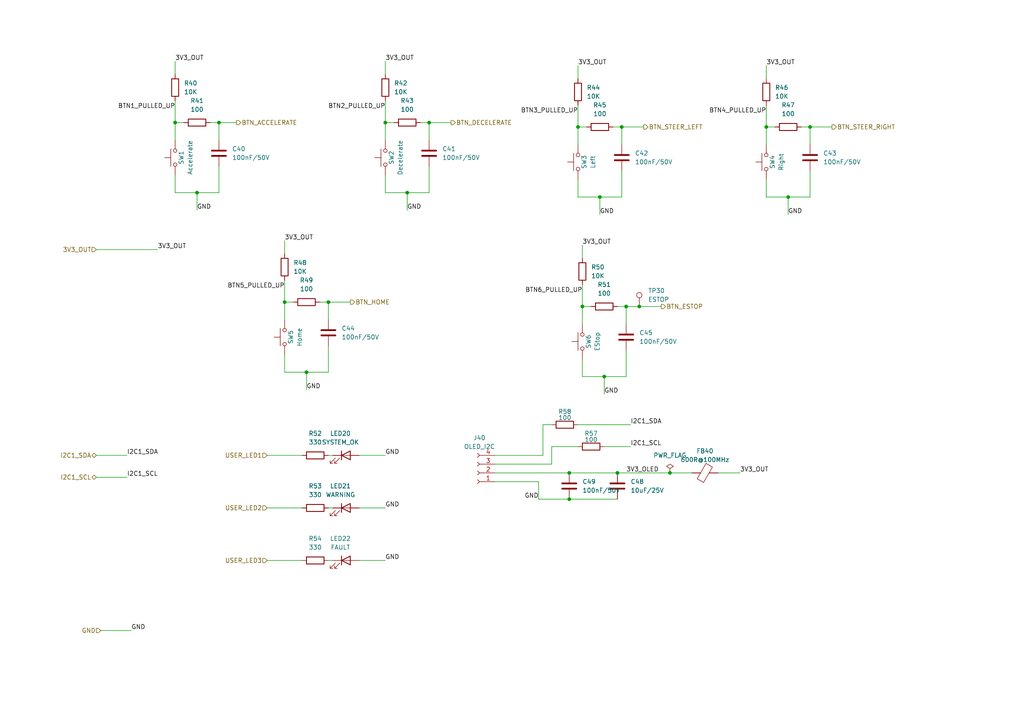
<source format=kicad_sch>
(kicad_sch (version 20250114) (generator "eeschema") (generator_version "9.0")
  (paper "A4")
  (lib_symbols
    (symbol "Connector:Conn_01x04_Socket" (pin_names (offset 1.016) (hide yes))
      (property "Reference" "J" (at 0 5.08 0))
      (property "Value" "Conn_01x04_Socket" (at 0 -7.62 0))
      (symbol "Conn_01x04_Socket_1_1"
        (polyline (pts (xy -1.27 2.54) (xy -0.508 2.54)) (stroke (width 0.1524)))
        (polyline (pts (xy -1.27 0) (xy -0.508 0)) (stroke (width 0.1524)))
        (polyline (pts (xy -1.27 -2.54) (xy -0.508 -2.54)) (stroke (width 0.1524)))
        (polyline (pts (xy -1.27 -5.08) (xy -0.508 -5.08)) (stroke (width 0.1524)))
        (arc (start 0 2.032) (mid -0.5058 2.54) (end 0 3.048) (stroke (width 0.1524)))
        (arc (start 0 -0.508) (mid -0.5058 0) (end 0 0.508) (stroke (width 0.1524)))
        (arc (start 0 -3.048) (mid -0.5058 -2.54) (end 0 -2.032) (stroke (width 0.1524)))
        (arc (start 0 -5.588) (mid -0.5058 -5.08) (end 0 -4.572) (stroke (width 0.1524)))
        (pin passive line (at -5.08 2.54 0) (length 3.81) (name "Pin_1") (number "1"))
        (pin passive line (at -5.08 0 0) (length 3.81) (name "Pin_2") (number "2"))
        (pin passive line (at -5.08 -2.54 0) (length 3.81) (name "Pin_3") (number "3"))
        (pin passive line (at -5.08 -5.08 0) (length 3.81) (name "Pin_4") (number "4"))
      )
    )
    (symbol "Connector:TestPoint" (pin_numbers (hide yes)) (pin_names (offset 0.762) (hide yes))
      (property "Reference" "TP" (at 0 6.858 0))
      (property "Value" "TestPoint" (at 0 5.08 0))
      (symbol "TestPoint_0_1"
        (circle (center 0 3.302) (radius 0.762))
      )
      (symbol "TestPoint_1_1"
        (pin passive line (at 0 0 90) (length 2.54) (name "1") (number "1"))
      )
    )
    (symbol "Device:C" (pin_numbers (hide yes)) (pin_names (offset 0.254))
      (property "Reference" "C" (at 0.635 2.54 0))
      (property "Value" "C" (at 0.635 -2.54 0))
      (symbol "C_0_1"
        (polyline (pts (xy -2.032 0.762) (xy 2.032 0.762)) (stroke (width 0.508)))
        (polyline (pts (xy -2.032 -0.762) (xy 2.032 -0.762)) (stroke (width 0.508)))
      )
      (symbol "C_1_1"
        (pin passive line (at 0 3.81 270) (length 2.794) (name "~") (number "1"))
        (pin passive line (at 0 -3.81 90) (length 2.794) (name "~") (number "2"))
      )
    )
    (symbol "Device:FerriteBead" (pin_numbers (hide yes)) (pin_names (offset 0))
      (property "Reference" "FB" (at -3.81 0.635 90))
      (property "Value" "FerriteBead" (at 3.81 0 90))
      (symbol "FerriteBead_0_1"
        (polyline (pts (xy -2.7686 0.4064) (xy -1.7018 2.2606) (xy 2.7686 -0.3048) (xy 1.6764 -2.159) (xy -2.7686 0.4064)))
        (polyline (pts (xy 0 1.27) (xy 0 1.2954)))
        (polyline (pts (xy 0 -1.27) (xy 0 -1.2192)))
      )
      (symbol "FerriteBead_1_1"
        (pin passive line (at 0 3.81 270) (length 2.54) (name "~") (number "1"))
        (pin passive line (at 0 -3.81 90) (length 2.54) (name "~") (number "2"))
      )
    )
    (symbol "Device:LED" (pin_numbers (hide yes)) (pin_names (offset 1.016) (hide yes))
      (property "Reference" "D" (at 0 2.54 0))
      (property "Value" "LED" (at 0 -2.54 0))
      (symbol "LED_0_1"
        (polyline (pts (xy -3.048 -0.762) (xy -4.572 -2.286) (xy -3.81 -2.286) (xy -4.572 -2.286) (xy -4.572 -1.524)))
        (polyline (pts (xy -1.778 -0.762) (xy -3.302 -2.286) (xy -2.54 -2.286) (xy -3.302 -2.286) (xy -3.302 -1.524)))
        (polyline (pts (xy -1.27 0) (xy 1.27 0)))
        (polyline (pts (xy -1.27 -1.27) (xy -1.27 1.27)) (stroke (width 0.254)))
        (polyline (pts (xy 1.27 -1.27) (xy 1.27 1.27) (xy -1.27 0) (xy 1.27 -1.27)) (stroke (width 0.254)))
      )
      (symbol "LED_1_1"
        (pin passive line (at -3.81 0 0) (length 2.54) (name "K") (number "1"))
        (pin passive line (at 3.81 0 180) (length 2.54) (name "A") (number "2"))
      )
    )
    (symbol "Device:R" (pin_numbers (hide yes)) (pin_names (offset 0))
      (property "Reference" "R" (at 2.032 0 90))
      (property "Value" "R" (at 0 0 90))
      (symbol "R_0_1"
        (rectangle (start -1.016 -2.54) (end 1.016 2.54) (stroke (width 0.254)))
      )
      (symbol "R_1_1"
        (pin passive line (at 0 3.81 270) (length 1.27) (name "~") (number "1"))
        (pin passive line (at 0 -3.81 90) (length 1.27) (name "~") (number "2"))
      )
    )
    (symbol "Switch:SW_Push" (pin_numbers (hide yes)) (pin_names (offset 1.016) (hide yes))
      (property "Reference" "SW" (at 1.27 2.54 0))
      (property "Value" "SW_Push" (at 0 -1.524 0))
      (symbol "SW_Push_0_1"
        (circle (center -2.032 0) (radius 0.508))
        (polyline (pts (xy 0 1.27) (xy 0 3.048)))
        (circle (center 2.032 0) (radius 0.508))
        (polyline (pts (xy 2.54 1.27) (xy -2.54 1.27)))
        (pin passive line (at -5.08 0 0) (length 2.54) (name "1") (number "1"))
        (pin passive line (at 5.08 0 180) (length 2.54) (name "2") (number "2"))
      )
    )
    (symbol "power:PWR_FLAG" (power) (pin_numbers (hide yes)) (pin_names (offset 0) (hide yes))
      (property "Value" "PWR_FLAG" (at 0 3.81 0))
      (symbol "PWR_FLAG_0_0"
        (pin power_out line (at 0 0 90) (length 0) (name "~") (number "1"))
      )
      (symbol "PWR_FLAG_0_1"
        (polyline (pts (xy 0 0) (xy 0 1.27) (xy -1.016 1.905) (xy 0 2.54) (xy 1.016 1.905) (xy 0 1.27)))
      )
    )
  )
  (junction (at 82.55 87.63))
  (junction (at 194.31 137.16))
  (junction (at 63.5 35.56))
  (junction (at 222.25 36.83))
  (junction (at 124.46 35.56))
  (junction (at 57.15 55.88))
  (junction (at 228.6 57.15))
  (junction (at 173.99 57.15))
  (junction (at 118.11 55.88))
  (junction (at 168.91 88.9))
  (junction (at 167.64 36.83))
  (junction (at 111.76 35.56))
  (junction (at 50.8 35.56))
  (junction (at 179.07 137.16))
  (junction (at 95.25 87.63))
  (junction (at 234.95 36.83))
  (junction (at 181.61 88.9))
  (junction (at 185.42 88.9))
  (junction (at 165.1 137.16))
  (junction (at 165.1 144.78))
  (junction (at 175.26 109.22))
  (junction (at 180.34 36.83))
  (junction (at 88.9 107.95))
  (wire (pts (xy 168.91 71.12) (xy 168.91 74.93)))
  (wire (pts (xy 168.91 82.55) (xy 168.91 88.9)))
  (wire (pts (xy 222.25 36.83) (xy 222.25 41.91)))
  (wire (pts (xy 82.55 102.87) (xy 82.55 107.95)))
  (wire (pts (xy 50.8 35.56) (xy 53.34 35.56)))
  (wire (pts (xy 156.21 144.78) (xy 165.1 144.78)))
  (wire (pts (xy 208.28 137.16) (xy 214.63 137.16)))
  (wire (pts (xy 180.34 36.83) (xy 180.34 41.91)))
  (wire (pts (xy 92.71 87.63) (xy 95.25 87.63)))
  (wire (pts (xy 181.61 101.6) (xy 181.61 109.22)))
  (wire (pts (xy 63.5 35.56) (xy 63.5 40.64)))
  (wire (pts (xy 222.25 57.15) (xy 228.6 57.15)))
  (wire (pts (xy 77.47 147.32) (xy 87.63 147.32)))
  (wire (pts (xy 104.14 162.56) (xy 111.76 162.56)))
  (wire (pts (xy 180.34 36.83) (xy 186.69 36.83)))
  (wire (pts (xy 27.94 132.08) (xy 36.83 132.08)))
  (wire (pts (xy 88.9 107.95) (xy 88.9 113.03)))
  (wire (pts (xy 104.14 147.32) (xy 111.76 147.32)))
  (wire (pts (xy 60.96 35.56) (xy 63.5 35.56)))
  (wire (pts (xy 77.47 132.08) (xy 87.63 132.08)))
  (wire (pts (xy 160.02 134.62) (xy 160.02 129.54)))
  (wire (pts (xy 160.02 129.54) (xy 167.64 129.54)))
  (wire (pts (xy 165.1 144.78) (xy 179.07 144.78)))
  (wire (pts (xy 27.94 138.43) (xy 36.83 138.43)))
  (wire (pts (xy 82.55 87.63) (xy 85.09 87.63)))
  (wire (pts (xy 167.64 57.15) (xy 173.99 57.15)))
  (wire (pts (xy 222.25 30.48) (xy 222.25 36.83)))
  (wire (pts (xy 82.55 87.63) (xy 82.55 92.71)))
  (wire (pts (xy 234.95 36.83) (xy 241.3 36.83)))
  (wire (pts (xy 82.55 107.95) (xy 88.9 107.95)))
  (wire (pts (xy 143.51 137.16) (xy 165.1 137.16)))
  (wire (pts (xy 63.5 48.26) (xy 63.5 55.88)))
  (wire (pts (xy 181.61 88.9) (xy 181.61 93.98)))
  (wire (pts (xy 95.25 87.63) (xy 95.25 92.71)))
  (wire (pts (xy 175.26 109.22) (xy 181.61 109.22)))
  (wire (pts (xy 124.46 35.56) (xy 124.46 40.64)))
  (wire (pts (xy 57.15 55.88) (xy 63.5 55.88)))
  (wire (pts (xy 175.26 109.22) (xy 175.26 114.3)))
  (wire (pts (xy 173.99 57.15) (xy 180.34 57.15)))
  (wire (pts (xy 167.64 52.07) (xy 167.64 57.15)))
  (wire (pts (xy 95.25 147.32) (xy 96.52 147.32)))
  (wire (pts (xy 29.21 182.88) (xy 38.1 182.88)))
  (wire (pts (xy 111.76 50.8) (xy 111.76 55.88)))
  (wire (pts (xy 167.64 123.19) (xy 182.88 123.19)))
  (wire (pts (xy 179.07 88.9) (xy 181.61 88.9)))
  (wire (pts (xy 179.07 137.16) (xy 194.31 137.16)))
  (wire (pts (xy 50.8 35.56) (xy 50.8 40.64)))
  (wire (pts (xy 175.26 129.54) (xy 182.88 129.54)))
  (wire (pts (xy 118.11 55.88) (xy 124.46 55.88)))
  (wire (pts (xy 194.31 137.16) (xy 200.66 137.16)))
  (wire (pts (xy 232.41 36.83) (xy 234.95 36.83)))
  (wire (pts (xy 111.76 35.56) (xy 111.76 40.64)))
  (wire (pts (xy 95.25 100.33) (xy 95.25 107.95)))
  (wire (pts (xy 228.6 57.15) (xy 228.6 62.23)))
  (wire (pts (xy 185.42 88.9) (xy 191.77 88.9)))
  (wire (pts (xy 77.47 162.56) (xy 87.63 162.56)))
  (wire (pts (xy 180.34 49.53) (xy 180.34 57.15)))
  (wire (pts (xy 156.21 139.7) (xy 143.51 139.7)))
  (wire (pts (xy 234.95 49.53) (xy 234.95 57.15)))
  (wire (pts (xy 167.64 19.05) (xy 167.64 22.86)))
  (wire (pts (xy 50.8 55.88) (xy 57.15 55.88)))
  (wire (pts (xy 104.14 132.08) (xy 111.76 132.08)))
  (wire (pts (xy 222.25 36.83) (xy 224.79 36.83)))
  (wire (pts (xy 234.95 36.83) (xy 234.95 41.91)))
  (wire (pts (xy 111.76 29.21) (xy 111.76 35.56)))
  (wire (pts (xy 181.61 88.9) (xy 185.42 88.9)))
  (wire (pts (xy 124.46 35.56) (xy 130.81 35.56)))
  (wire (pts (xy 95.25 87.63) (xy 101.6 87.63)))
  (wire (pts (xy 168.91 109.22) (xy 175.26 109.22)))
  (wire (pts (xy 111.76 55.88) (xy 118.11 55.88)))
  (wire (pts (xy 167.64 36.83) (xy 167.64 41.91)))
  (wire (pts (xy 50.8 50.8) (xy 50.8 55.88)))
  (wire (pts (xy 82.55 81.28) (xy 82.55 87.63)))
  (wire (pts (xy 95.25 132.08) (xy 96.52 132.08)))
  (wire (pts (xy 165.1 137.16) (xy 179.07 137.16)))
  (wire (pts (xy 222.25 19.05) (xy 222.25 22.86)))
  (wire (pts (xy 168.91 88.9) (xy 168.91 93.98)))
  (wire (pts (xy 157.48 123.19) (xy 160.02 123.19)))
  (wire (pts (xy 88.9 107.95) (xy 95.25 107.95)))
  (wire (pts (xy 82.55 69.85) (xy 82.55 73.66)))
  (wire (pts (xy 57.15 55.88) (xy 57.15 60.96)))
  (wire (pts (xy 27.94 72.39) (xy 45.72 72.39)))
  (wire (pts (xy 50.8 29.21) (xy 50.8 35.56)))
  (wire (pts (xy 173.99 57.15) (xy 173.99 62.23)))
  (wire (pts (xy 50.8 17.78) (xy 50.8 21.59)))
  (wire (pts (xy 111.76 35.56) (xy 114.3 35.56)))
  (wire (pts (xy 167.64 36.83) (xy 170.18 36.83)))
  (wire (pts (xy 168.91 88.9) (xy 171.45 88.9)))
  (wire (pts (xy 168.91 104.14) (xy 168.91 109.22)))
  (wire (pts (xy 228.6 57.15) (xy 234.95 57.15)))
  (wire (pts (xy 121.92 35.56) (xy 124.46 35.56)))
  (wire (pts (xy 143.51 134.62) (xy 160.02 134.62)))
  (wire (pts (xy 118.11 55.88) (xy 118.11 60.96)))
  (wire (pts (xy 143.51 132.08) (xy 157.48 132.08)))
  (wire (pts (xy 111.76 17.78) (xy 111.76 21.59)))
  (wire (pts (xy 124.46 48.26) (xy 124.46 55.88)))
  (wire (pts (xy 157.48 132.08) (xy 157.48 123.19)))
  (wire (pts (xy 177.8 36.83) (xy 180.34 36.83)))
  (wire (pts (xy 167.64 30.48) (xy 167.64 36.83)))
  (wire (pts (xy 95.25 162.56) (xy 96.52 162.56)))
  (wire (pts (xy 222.25 52.07) (xy 222.25 57.15)))
  (wire (pts (xy 63.5 35.56) (xy 68.58 35.56)))
  (wire (pts (xy 156.21 144.78) (xy 156.21 139.7)))
  (label "GND" (at 111.76 162.56 0))
  (label "BTN6_PULLED_UP" (at 168.91 85.09 180))
  (label "GND" (at 228.6 62.23 0))
  (label "I2C1_SCL" (at 182.88 129.54 0))
  (label "3V3_OLED" (at 181.61 137.16 0))
  (label "3V3_OUT" (at 168.91 71.12 0))
  (label "3V3_OUT" (at 167.64 19.05 0))
  (label "GND" (at 173.99 62.23 0))
  (label "BTN1_PULLED_UP" (at 50.8 31.75 180))
  (label "3V3_OUT" (at 111.76 17.78 0))
  (label "BTN5_PULLED_UP" (at 82.55 83.82 180))
  (label "I2C1_SDA" (at 36.83 132.08 0))
  (label "GND" (at 57.15 60.96 0))
  (label "3V3_OUT" (at 82.55 69.85 0))
  (label "3V3_OUT" (at 214.63 137.16 0))
  (label "BTN4_PULLED_UP" (at 222.25 33.02 180))
  (label "BTN2_PULLED_UP" (at 111.76 31.75 180))
  (label "BTN3_PULLED_UP" (at 167.64 33.02 180))
  (label "GND" (at 88.9 113.03 0))
  (label "3V3_OUT" (at 50.8 17.78 0))
  (label "GND" (at 38.1 182.88 0))
  (label "GND" (at 111.76 147.32 0))
  (label "3V3_OUT" (at 222.25 19.05 0))
  (label "GND" (at 118.11 60.96 0))
  (label "GND" (at 156.21 144.78 180))
  (label "GND" (at 111.76 132.08 0))
  (label "I2C1_SDA" (at 182.88 123.19 0))
  (label "I2C1_SCL" (at 36.83 138.43 0))
  (label "3V3_OUT" (at 45.72 72.39 0))
  (label "GND" (at 175.26 114.3 0))
  (hierarchical_label "3V3_OUT" (shape input) (at 27.94 72.39 180))
  (hierarchical_label "BTN_DECELERATE" (shape output) (at 130.81 35.56 0))
  (hierarchical_label "USER_LED1" (shape input) (at 77.47 132.08 180))
  (hierarchical_label "BTN_ESTOP" (shape output) (at 191.77 88.9 0))
  (hierarchical_label "USER_LED3" (shape input) (at 77.47 162.56 180))
  (hierarchical_label "I2C1_SCL" (shape bidirectional) (at 27.94 138.43 180))
  (hierarchical_label "BTN_STEER_LEFT" (shape output) (at 186.69 36.83 0))
  (hierarchical_label "I2C1_SDA" (shape bidirectional) (at 27.94 132.08 180))
  (hierarchical_label "USER_LED2" (shape input) (at 77.47 147.32 180))
  (hierarchical_label "BTN_STEER_RIGHT" (shape output) (at 241.3 36.83 0))
  (hierarchical_label "BTN_HOME" (shape output) (at 101.6 87.63 0))
  (hierarchical_label "BTN_ACCELERATE" (shape output) (at 68.58 35.56 0))
  (hierarchical_label "GND" (shape input) (at 29.21 182.88 180))
  (symbol (lib_id "Device:R") (at 57.15 35.56 270) (unit 1)
    (property "Reference" "R41" (at 57.15 29.21 90))
    (property "Value" "100" (at 57.15 31.75 90))
    (property "Footprint" "Resistor_SMD:R_0603_1608Metric" (effects (hide yes)))
    (property "Description" "Resistor" (effects (hide yes)))
    (property "LCSC" "C22775" (effects (hide yes)))
  )
  (symbol (lib_id "Device:R") (at 175.26 88.9 270) (unit 1)
    (property "Reference" "R51" (at 175.26 82.55 90))
    (property "Value" "100" (at 175.26 85.09 90))
    (property "Footprint" "Resistor_SMD:R_0603_1608Metric" (effects (hide yes)))
    (property "Description" "Resistor" (effects (hide yes)))
    (property "LCSC" "C22775" (effects (hide yes)))
  )
  (symbol (lib_id "Device:R") (at 50.8 25.4 0) (unit 1)
    (property "Reference" "R40" (at 53.34 24.1299 0) (effects (justify left)))
    (property "Value" "10K" (at 53.34 26.6699 0) (effects (justify left)))
    (property "Footprint" "Resistor_SMD:R_0603_1608Metric" (effects (hide yes)))
    (property "Description" "Resistor" (effects (hide yes)))
    (property "LCSC" "C15401" (effects (hide yes)))
  )
  (symbol (lib_id "Device:C") (at 234.95 45.72 0) (unit 1)
    (property "Reference" "C43" (at 238.76 44.4499 0) (effects (justify left)))
    (property "Value" "100nF/50V" (at 238.76 46.9899 0) (effects (justify left)))
    (property "Footprint" "Capacitor_SMD:C_0603_1608Metric" (effects (hide yes)))
    (property "Description" "Unpolarized capacitor" (effects (hide yes)))
    (property "LCSC" "C6119867" (effects (hide yes)))
  )
  (symbol (lib_id "Switch:SW_Push") (at 168.91 99.06 90) (unit 1)
    (property "Reference" "SW6" (at 170.688 99.06 0))
    (property "Value" "EStop" (at 173.228 99.06 0))
    (property "Footprint" "Button_Switch_SMD:SW_SPST_B3U-1000P" (effects (hide yes)))
    (property "Description" "Push button switch, generic, two pins" (effects (hide yes)))
    (property "LCSC" "C318884" (effects (hide yes)))
  )
  (symbol (lib_id "Switch:SW_Push") (at 50.8 45.72 90) (unit 1)
    (property "Reference" "SW1" (at 52.578 45.72 0))
    (property "Value" "Accelerate" (at 55.118 45.72 0))
    (property "Footprint" "Button_Switch_SMD:SW_SPST_B3U-1000P" (effects (hide yes)))
    (property "Description" "Push button switch, generic, two pins" (effects (hide yes)))
    (property "LCSC" "C318884" (effects (hide yes)))
  )
  (symbol (lib_id "Device:FerriteBead") (at 204.47 137.16 90) (unit 1)
    (property "Reference" "FB40" (at 204.47 130.81 90))
    (property "Value" "600R@100MHz" (at 204.47 133.35 90))
    (property "Footprint" "Inductor_SMD:L_1206_3216Metric" (effects (hide yes)))
    (property "Description" "Ferrite bead" (effects (hide yes)))
    (property "LCSC" "C16902" (effects (hide yes)))
  )
  (symbol (lib_id "Device:C") (at 124.46 44.45 0) (unit 1)
    (property "Reference" "C41" (at 128.27 43.1799 0) (effects (justify left)))
    (property "Value" "100nF/50V" (at 128.27 45.7199 0) (effects (justify left)))
    (property "Footprint" "Capacitor_SMD:C_0603_1608Metric" (effects (hide yes)))
    (property "Description" "Unpolarized capacitor" (effects (hide yes)))
    (property "LCSC" "C6119867" (effects (hide yes)))
  )
  (symbol (lib_id "Device:R") (at 222.25 26.67 0) (unit 1)
    (property "Reference" "R46" (at 224.79 25.3999 0) (effects (justify left)))
    (property "Value" "10K" (at 224.79 27.9399 0) (effects (justify left)))
    (property "Footprint" "Resistor_SMD:R_0603_1608Metric" (effects (hide yes)))
    (property "Description" "Resistor" (effects (hide yes)))
    (property "LCSC" "C15401" (effects (hide yes)))
  )
  (symbol (lib_id "Device:R") (at 91.44 147.32 90) (unit 1)
    (property "Reference" "R53" (at 91.44 140.97 90))
    (property "Value" "330" (at 91.44 143.51 90))
    (property "Footprint" "Resistor_SMD:R_0603_1608Metric" (effects (hide yes)))
    (property "Description" "Resistor" (effects (hide yes)))
    (property "LCSC" "C22104" (effects (hide yes)))
  )
  (symbol (lib_id "Device:C") (at 180.34 45.72 0) (unit 1)
    (property "Reference" "C42" (at 184.15 44.4499 0) (effects (justify left)))
    (property "Value" "100nF/50V" (at 184.15 46.9899 0) (effects (justify left)))
    (property "Footprint" "Capacitor_SMD:C_0603_1608Metric" (effects (hide yes)))
    (property "Description" "Unpolarized capacitor" (effects (hide yes)))
    (property "LCSC" "C6119867" (effects (hide yes)))
  )
  (symbol (lib_id "Device:C") (at 179.07 140.97 0) (unit 1)
    (property "Reference" "C48" (at 182.88 139.6999 0) (effects (justify left)))
    (property "Value" "10uF/25V" (at 182.88 142.2399 0) (effects (justify left)))
    (property "Footprint" "Capacitor_SMD:C_0603_1608Metric" (effects (hide yes)))
    (property "Description" "Unpolarized capacitor" (effects (hide yes)))
    (property "LCSC" "C6119815" (effects (hide yes)))
  )
  (symbol (lib_id "Device:R") (at 173.99 36.83 270) (unit 1)
    (property "Reference" "R45" (at 173.99 30.48 90))
    (property "Value" "100" (at 173.99 33.02 90))
    (property "Footprint" "Resistor_SMD:R_0603_1608Metric" (effects (hide yes)))
    (property "Description" "Resistor" (effects (hide yes)))
    (property "LCSC" "C22775" (effects (hide yes)))
  )
  (symbol (lib_id "Connector:TestPoint") (at 185.42 88.9 0) (unit 1) (in_bom no)
    (property "Reference" "TP30" (at 187.96 84.3279 0) (effects (justify left)))
    (property "Value" "ESTOP" (at 187.96 86.8679 0) (effects (justify left)))
    (property "Footprint" "TestPoint:TestPoint_Pad_D2.0mm" (effects (hide yes)))
    (property "Description" "test point" (effects (hide yes)))
  )
  (symbol (lib_id "Switch:SW_Push") (at 82.55 97.79 90) (unit 1)
    (property "Reference" "SW5" (at 84.328 97.79 0))
    (property "Value" "Home" (at 86.868 97.79 0))
    (property "Footprint" "Button_Switch_SMD:SW_SPST_B3U-1000P" (effects (hide yes)))
    (property "Description" "Push button switch, generic, two pins" (effects (hide yes)))
    (property "LCSC" "C318884" (effects (hide yes)))
  )
  (symbol (lib_id "Device:R") (at 228.6 36.83 270) (unit 1)
    (property "Reference" "R47" (at 228.6 30.48 90))
    (property "Value" "100" (at 228.6 33.02 90))
    (property "Footprint" "Resistor_SMD:R_0603_1608Metric" (effects (hide yes)))
    (property "Description" "Resistor" (effects (hide yes)))
    (property "LCSC" "C22775" (effects (hide yes)))
  )
  (symbol (lib_id "Device:R") (at 91.44 132.08 90) (unit 1)
    (property "Reference" "R52" (at 91.44 125.73 90))
    (property "Value" "330" (at 91.44 128.27 90))
    (property "Footprint" "Resistor_SMD:R_0603_1608Metric" (effects (hide yes)))
    (property "Description" "Resistor" (effects (hide yes)))
    (property "LCSC" "C22104" (effects (hide yes)))
  )
  (symbol (lib_id "Device:R") (at 168.91 78.74 0) (unit 1)
    (property "Reference" "R50" (at 171.45 77.4699 0) (effects (justify left)))
    (property "Value" "10K" (at 171.45 80.0099 0) (effects (justify left)))
    (property "Footprint" "Resistor_SMD:R_0603_1608Metric" (effects (hide yes)))
    (property "Description" "Resistor" (effects (hide yes)))
    (property "LCSC" "C15401" (effects (hide yes)))
  )
  (symbol (lib_id "Device:R") (at 82.55 77.47 0) (unit 1)
    (property "Reference" "R48" (at 85.09 76.1999 0) (effects (justify left)))
    (property "Value" "10K" (at 85.09 78.7399 0) (effects (justify left)))
    (property "Footprint" "Resistor_SMD:R_0603_1608Metric" (effects (hide yes)))
    (property "Description" "Resistor" (effects (hide yes)))
    (property "LCSC" "C15401" (effects (hide yes)))
  )
  (symbol (lib_id "Device:R") (at 167.64 26.67 0) (unit 1)
    (property "Reference" "R44" (at 170.18 25.3999 0) (effects (justify left)))
    (property "Value" "10K" (at 170.18 27.9399 0) (effects (justify left)))
    (property "Footprint" "Resistor_SMD:R_0603_1608Metric" (effects (hide yes)))
    (property "Description" "Resistor" (effects (hide yes)))
    (property "LCSC" "C15401" (effects (hide yes)))
  )
  (symbol (lib_id "Device:R") (at 163.83 123.19 270) (unit 1)
    (property "Reference" "R58" (at 163.83 119.38 90))
    (property "Value" "100" (at 163.83 121.158 90))
    (property "Footprint" "Resistor_SMD:R_0603_1608Metric" (effects (hide yes)))
    (property "Description" "Resistor" (effects (hide yes)))
    (property "LCSC" "C22775" (effects (hide yes)))
  )
  (symbol (lib_id "Device:C") (at 95.25 96.52 0) (unit 1)
    (property "Reference" "C44" (at 99.06 95.2499 0) (effects (justify left)))
    (property "Value" "100nF/50V" (at 99.06 97.7899 0) (effects (justify left)))
    (property "Footprint" "Capacitor_SMD:C_0603_1608Metric" (effects (hide yes)))
    (property "Description" "Unpolarized capacitor" (effects (hide yes)))
    (property "LCSC" "C6119867" (effects (hide yes)))
  )
  (symbol (lib_id "Device:C") (at 63.5 44.45 0) (unit 1)
    (property "Reference" "C40" (at 67.31 43.1799 0) (effects (justify left)))
    (property "Value" "100nF/50V" (at 67.31 45.7199 0) (effects (justify left)))
    (property "Footprint" "Capacitor_SMD:C_0603_1608Metric" (effects (hide yes)))
    (property "Description" "Unpolarized capacitor" (effects (hide yes)))
    (property "LCSC" "C6119867" (effects (hide yes)))
  )
  (symbol (lib_id "Device:R") (at 111.76 25.4 0) (unit 1)
    (property "Reference" "R42" (at 114.3 24.1299 0) (effects (justify left)))
    (property "Value" "10K" (at 114.3 26.6699 0) (effects (justify left)))
    (property "Footprint" "Resistor_SMD:R_0603_1608Metric" (effects (hide yes)))
    (property "Description" "Resistor" (effects (hide yes)))
    (property "LCSC" "C15401" (effects (hide yes)))
  )
  (symbol (lib_id "Device:R") (at 88.9 87.63 270) (unit 1)
    (property "Reference" "R49" (at 88.9 81.28 90))
    (property "Value" "100" (at 88.9 83.82 90))
    (property "Footprint" "Resistor_SMD:R_0603_1608Metric" (effects (hide yes)))
    (property "Description" "Resistor" (effects (hide yes)))
    (property "LCSC" "C22775" (effects (hide yes)))
  )
  (symbol (lib_id "Device:LED") (at 100.33 147.32 0) (unit 1)
    (property "Reference" "LED21" (at 98.7425 140.97 0))
    (property "Value" "WARNING" (at 98.7425 143.51 0))
    (property "Footprint" "LED_SMD:LED_1206_3216Metric" (effects (hide yes)))
    (property "Description" "Light emitting diode" (effects (hide yes)))
    (property "Sim.Pins" "1=K 2=A" (effects (hide yes)))
    (property "LCSC" "C264322" (effects (hide yes)))
  )
  (symbol (lib_id "Connector:Conn_01x04_Socket") (at 138.43 137.16 180) (unit 1) (in_bom no)
    (property "Reference" "J40" (at 139.065 127 0))
    (property "Value" "OLED_I2C" (at 139.065 129.54 0))
    (property "Footprint" "Connector_PinHeader_2.54mm:PinHeader_1x04_P2.54mm_Vertical" (effects (hide yes)))
    (property "Description" "Generic connector, single row, 01x04, script generated" (effects (hide yes)))
    (property "LCSC" "C124421" (effects (hide yes)))
  )
  (symbol (lib_id "Device:R") (at 171.45 129.54 270) (unit 1)
    (property "Reference" "R57" (at 171.45 125.73 90))
    (property "Value" "100" (at 171.45 127.508 90))
    (property "Footprint" "Resistor_SMD:R_0603_1608Metric" (effects (hide yes)))
    (property "Description" "Resistor" (effects (hide yes)))
    (property "LCSC" "C22775" (effects (hide yes)))
  )
  (symbol (lib_id "Switch:SW_Push") (at 111.76 45.72 90) (unit 1)
    (property "Reference" "SW2" (at 113.538 45.72 0))
    (property "Value" "Decelerate" (at 116.078 45.72 0))
    (property "Footprint" "Button_Switch_SMD:SW_SPST_B3U-1000P" (effects (hide yes)))
    (property "Description" "Push button switch, generic, two pins" (effects (hide yes)))
    (property "LCSC" "C318884" (effects (hide yes)))
  )
  (symbol (lib_id "Device:LED") (at 100.33 132.08 0) (unit 1)
    (property "Reference" "LED20" (at 98.7425 125.73 0))
    (property "Value" "SYSTEM_OK" (at 98.7425 128.27 0))
    (property "Footprint" "LED_SMD:LED_1206_3216Metric" (effects (hide yes)))
    (property "Description" "Light emitting diode" (effects (hide yes)))
    (property "Sim.Pins" "1=K 2=A" (effects (hide yes)))
    (property "LCSC" "C434439" (effects (hide yes)))
  )
  (symbol (lib_id "power:PWR_FLAG") (at 194.31 137.16 0) (unit 1)
    (property "Reference" "#FLG04" (effects (hide yes)))
    (property "Value" "PWR_FLAG" (at 194.31 132.08 0))
    (property "Description" "Special symbol for telling ERC where power comes from" (effects (hide yes)))
  )
  (symbol (lib_id "Switch:SW_Push") (at 167.64 46.99 90) (unit 1)
    (property "Reference" "SW3" (at 169.418 46.99 0))
    (property "Value" "Left" (at 171.958 46.99 0))
    (property "Footprint" "Button_Switch_SMD:SW_SPST_B3U-1000P" (effects (hide yes)))
    (property "Description" "Push button switch, generic, two pins" (effects (hide yes)))
    (property "LCSC" "C318884" (effects (hide yes)))
  )
  (symbol (lib_id "Device:C") (at 165.1 140.97 0) (unit 1)
    (property "Reference" "C49" (at 168.91 139.6999 0) (effects (justify left)))
    (property "Value" "100nF/50V" (at 168.91 142.2399 0) (effects (justify left)))
    (property "Footprint" "Capacitor_SMD:C_0603_1608Metric" (effects (hide yes)))
    (property "Description" "Unpolarized capacitor" (effects (hide yes)))
    (property "LCSC" "C6119867" (effects (hide yes)))
  )
  (symbol (lib_id "Device:R") (at 91.44 162.56 90) (unit 1)
    (property "Reference" "R54" (at 91.44 156.21 90))
    (property "Value" "330" (at 91.44 158.75 90))
    (property "Footprint" "Resistor_SMD:R_0603_1608Metric" (effects (hide yes)))
    (property "Description" "Resistor" (effects (hide yes)))
    (property "LCSC" "C22104" (effects (hide yes)))
  )
  (symbol (lib_id "Device:LED") (at 100.33 162.56 0) (unit 1)
    (property "Reference" "LED22" (at 98.7425 156.21 0))
    (property "Value" "FAULT" (at 98.7425 158.75 0))
    (property "Footprint" "LED_SMD:LED_1206_3216Metric" (effects (hide yes)))
    (property "Description" "Light emitting diode" (effects (hide yes)))
    (property "Sim.Pins" "1=K 2=A" (effects (hide yes)))
    (property "LCSC" "C559117" (effects (hide yes)))
  )
  (symbol (lib_id "Device:C") (at 181.61 97.79 0) (unit 1)
    (property "Reference" "C45" (at 185.42 96.5199 0) (effects (justify left)))
    (property "Value" "100nF/50V" (at 185.42 99.0599 0) (effects (justify left)))
    (property "Footprint" "Capacitor_SMD:C_0603_1608Metric" (effects (hide yes)))
    (property "Description" "Unpolarized capacitor" (effects (hide yes)))
    (property "LCSC" "C6119867" (effects (hide yes)))
  )
  (symbol (lib_id "Device:R") (at 118.11 35.56 270) (unit 1)
    (property "Reference" "R43" (at 118.11 29.21 90))
    (property "Value" "100" (at 118.11 31.75 90))
    (property "Footprint" "Resistor_SMD:R_0603_1608Metric" (effects (hide yes)))
    (property "Description" "Resistor" (effects (hide yes)))
    (property "LCSC" "C22775" (effects (hide yes)))
  )
  (symbol (lib_id "Switch:SW_Push") (at 222.25 46.99 90) (unit 1)
    (property "Reference" "SW4" (at 224.028 46.99 0))
    (property "Value" "Right" (at 226.568 46.99 0))
    (property "Footprint" "Button_Switch_SMD:SW_SPST_B3U-1000P" (effects (hide yes)))
    (property "Description" "Push button switch, generic, two pins" (effects (hide yes)))
    (property "LCSC" "C318884" (effects (hide yes)))
  )
)
</source>
